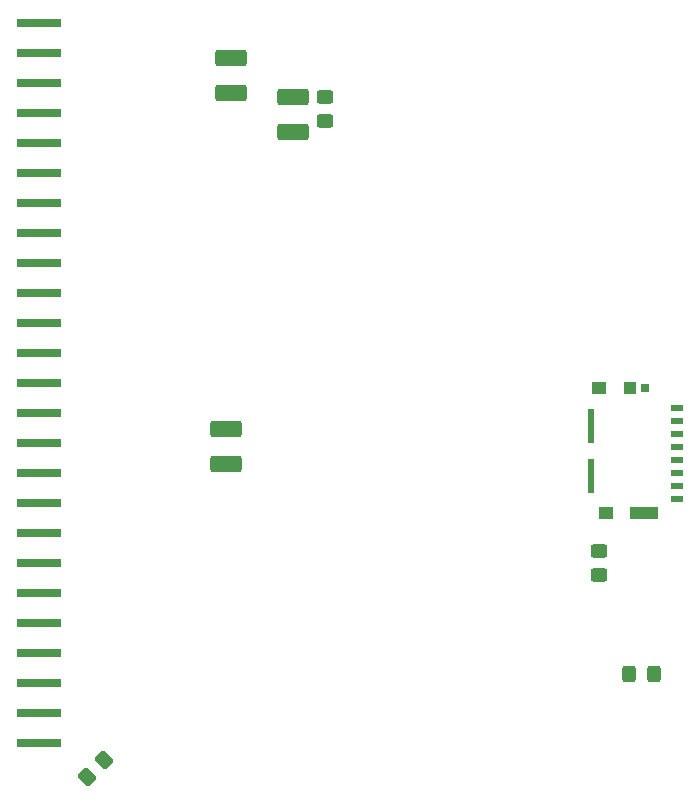
<source format=gbr>
%TF.GenerationSoftware,KiCad,Pcbnew,(6.0.2)*%
%TF.CreationDate,2022-04-19T06:00:42-06:00*%
%TF.ProjectId,F4Lite_THTV1_1,46344c69-7465-45f5-9448-5456315f312e,rev?*%
%TF.SameCoordinates,Original*%
%TF.FileFunction,Paste,Top*%
%TF.FilePolarity,Positive*%
%FSLAX46Y46*%
G04 Gerber Fmt 4.6, Leading zero omitted, Abs format (unit mm)*
G04 Created by KiCad (PCBNEW (6.0.2)) date 2022-04-19 06:00:42*
%MOMM*%
%LPD*%
G01*
G04 APERTURE LIST*
G04 Aperture macros list*
%AMRoundRect*
0 Rectangle with rounded corners*
0 $1 Rounding radius*
0 $2 $3 $4 $5 $6 $7 $8 $9 X,Y pos of 4 corners*
0 Add a 4 corners polygon primitive as box body*
4,1,4,$2,$3,$4,$5,$6,$7,$8,$9,$2,$3,0*
0 Add four circle primitives for the rounded corners*
1,1,$1+$1,$2,$3*
1,1,$1+$1,$4,$5*
1,1,$1+$1,$6,$7*
1,1,$1+$1,$8,$9*
0 Add four rect primitives between the rounded corners*
20,1,$1+$1,$2,$3,$4,$5,0*
20,1,$1+$1,$4,$5,$6,$7,0*
20,1,$1+$1,$6,$7,$8,$9,0*
20,1,$1+$1,$8,$9,$2,$3,0*%
G04 Aperture macros list end*
%ADD10R,3.800000X0.750000*%
%ADD11RoundRect,0.250001X-1.074999X0.462499X-1.074999X-0.462499X1.074999X-0.462499X1.074999X0.462499X0*%
%ADD12R,0.550000X2.910000*%
%ADD13R,1.000000X0.500000*%
%ADD14R,0.780000X0.720000*%
%ADD15R,1.200000X1.050000*%
%ADD16R,2.390000X1.050000*%
%ADD17R,1.080000X1.050000*%
%ADD18RoundRect,0.250000X-0.450000X0.325000X-0.450000X-0.325000X0.450000X-0.325000X0.450000X0.325000X0*%
%ADD19RoundRect,0.250000X-0.088388X0.548008X-0.548008X0.088388X0.088388X-0.548008X0.548008X-0.088388X0*%
%ADD20RoundRect,0.250000X0.325000X0.450000X-0.325000X0.450000X-0.325000X-0.450000X0.325000X-0.450000X0*%
G04 APERTURE END LIST*
D10*
%TO.C,J4*%
X107043220Y-132267960D03*
X107043220Y-129727960D03*
X107043220Y-127187960D03*
X107043220Y-124647960D03*
X107043220Y-122107960D03*
X107043220Y-119567960D03*
X107043220Y-117027960D03*
X107043220Y-114487960D03*
X107043220Y-111947960D03*
X107043220Y-109407960D03*
X107043220Y-106867960D03*
X107043220Y-104327960D03*
X107043220Y-101787960D03*
X107043220Y-99247960D03*
X107043220Y-96707960D03*
X107043220Y-94167960D03*
X107043220Y-91627960D03*
X107043220Y-89087960D03*
X107043220Y-86547960D03*
X107043220Y-84007960D03*
X107043220Y-81467960D03*
X107043220Y-78927960D03*
X107043220Y-76387960D03*
X107043220Y-73847960D03*
X107043220Y-71307960D03*
%TD*%
D11*
%TO.C,C2*%
X128511300Y-77546200D03*
X128511300Y-80521200D03*
%TD*%
%TO.C,C4*%
X122895360Y-105628440D03*
X122895360Y-108603440D03*
%TD*%
D12*
%TO.C,J5*%
X153804840Y-105419080D03*
X153804840Y-109609080D03*
D13*
X161039840Y-103914080D03*
X161039840Y-105014080D03*
X161039840Y-106114080D03*
X161039840Y-107214080D03*
X161039840Y-108314080D03*
X161039840Y-109414080D03*
X161039840Y-110514080D03*
X161039840Y-111614080D03*
D14*
X158359840Y-102154080D03*
D15*
X155049840Y-112789080D03*
D16*
X158234840Y-112789080D03*
D15*
X154479840Y-102144080D03*
D17*
X157089840Y-102154080D03*
%TD*%
D11*
%TO.C,C1*%
X123324620Y-74213060D03*
X123324620Y-77188060D03*
%TD*%
D18*
%TO.C,C5*%
X154477720Y-115956300D03*
X154477720Y-118006300D03*
%TD*%
D19*
%TO.C,C7*%
X112517804Y-133697096D03*
X111068236Y-135146664D03*
%TD*%
D20*
%TO.C,C6*%
X159080200Y-126392940D03*
X157030200Y-126392940D03*
%TD*%
D18*
%TO.C,C3*%
X131229100Y-77518260D03*
X131229100Y-79568260D03*
%TD*%
M02*

</source>
